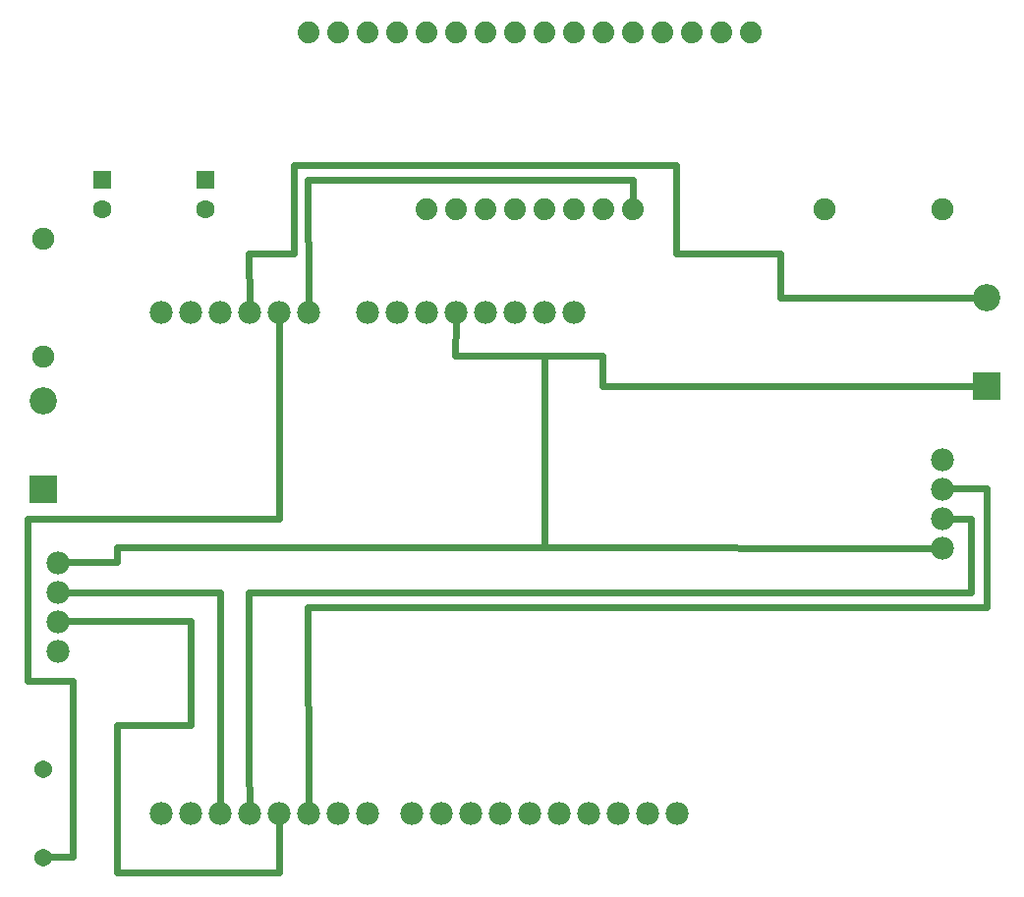
<source format=gbl>
G04 MADE WITH FRITZING*
G04 WWW.FRITZING.ORG*
G04 DOUBLE SIDED*
G04 HOLES PLATED*
G04 CONTOUR ON CENTER OF CONTOUR VECTOR*
%ASAXBY*%
%FSLAX23Y23*%
%MOIN*%
%OFA0B0*%
%SFA1.0B1.0*%
%ADD10C,0.078000*%
%ADD11C,0.074000*%
%ADD12C,0.060444*%
%ADD13C,0.092000*%
%ADD14C,0.075000*%
%ADD15C,0.062992*%
%ADD16R,0.092000X0.092000*%
%ADD17R,0.062992X0.062992*%
%ADD18C,0.024000*%
%LNCOPPER0*%
G90*
G70*
G54D10*
X3199Y1473D03*
X3199Y1373D03*
X3199Y1273D03*
X3199Y1173D03*
X199Y823D03*
X199Y923D03*
X199Y1023D03*
X199Y1123D03*
G54D11*
X1049Y2923D03*
X1149Y2923D03*
X1249Y2923D03*
X1349Y2923D03*
X1449Y2923D03*
X1549Y2923D03*
X1649Y2923D03*
X1749Y2923D03*
X1849Y2923D03*
X1949Y2923D03*
X2049Y2923D03*
X2149Y2923D03*
X2249Y2923D03*
X2349Y2923D03*
X2449Y2923D03*
X2549Y2923D03*
X1449Y2323D03*
X1549Y2323D03*
X1649Y2323D03*
X1749Y2323D03*
X1849Y2323D03*
X1949Y2323D03*
X2049Y2323D03*
X2149Y2323D03*
G54D12*
X149Y423D03*
X149Y123D03*
G54D13*
X3349Y1723D03*
X3349Y2023D03*
X149Y1373D03*
X149Y1673D03*
G54D14*
X2799Y2323D03*
X3199Y2323D03*
X149Y1823D03*
X149Y2223D03*
G54D15*
X349Y2422D03*
X349Y2323D03*
X699Y2422D03*
X699Y2323D03*
G54D10*
X1049Y1973D03*
X949Y1973D03*
X849Y1973D03*
X749Y1973D03*
X649Y1973D03*
X549Y1973D03*
X2299Y273D03*
X2199Y273D03*
X2099Y273D03*
X1999Y273D03*
X1899Y273D03*
X1799Y273D03*
X1699Y273D03*
X1599Y273D03*
X1499Y273D03*
X1399Y273D03*
X1249Y273D03*
X1149Y273D03*
X1049Y273D03*
X949Y273D03*
X849Y273D03*
X749Y273D03*
X649Y273D03*
X549Y273D03*
X1949Y1973D03*
X1849Y1973D03*
X1749Y1973D03*
X1649Y1973D03*
X1549Y1973D03*
X1449Y1973D03*
X1349Y1973D03*
X1249Y1973D03*
G54D16*
X3349Y1723D03*
X149Y1373D03*
G54D17*
X349Y2422D03*
X699Y2422D03*
G54D18*
X1849Y1824D02*
X1849Y1175D01*
D02*
X1849Y1175D02*
X3169Y1173D01*
D02*
X1548Y1824D02*
X1849Y1824D01*
D02*
X1549Y1943D02*
X1548Y1824D01*
D02*
X2048Y1723D02*
X3312Y1723D01*
D02*
X2048Y1824D02*
X2048Y1723D01*
D02*
X1849Y1824D02*
X2048Y1824D01*
D02*
X399Y1175D02*
X399Y1124D01*
D02*
X1849Y1175D02*
X399Y1175D01*
D02*
X399Y1124D02*
X229Y1124D01*
D02*
X849Y304D02*
X848Y425D01*
D02*
X848Y425D02*
X848Y1023D01*
D02*
X3298Y1273D02*
X3229Y1273D01*
D02*
X848Y1023D02*
X3298Y1023D01*
D02*
X3298Y1023D02*
X3298Y1273D01*
D02*
X3349Y1374D02*
X3229Y1374D01*
D02*
X3349Y972D02*
X3349Y1374D01*
D02*
X1047Y972D02*
X3349Y972D01*
D02*
X1049Y304D02*
X1047Y972D01*
D02*
X649Y925D02*
X649Y573D01*
D02*
X649Y573D02*
X399Y573D01*
D02*
X399Y573D02*
X399Y73D01*
D02*
X949Y73D02*
X949Y243D01*
D02*
X399Y73D02*
X949Y73D01*
D02*
X229Y924D02*
X649Y925D01*
D02*
X750Y1023D02*
X229Y1023D01*
D02*
X749Y304D02*
X750Y1023D01*
D02*
X2149Y2422D02*
X2149Y2355D01*
D02*
X1047Y2422D02*
X2149Y2422D01*
D02*
X1049Y2004D02*
X1047Y2422D01*
D02*
X949Y1273D02*
X98Y1273D01*
D02*
X98Y722D02*
X250Y722D01*
D02*
X98Y1273D02*
X98Y722D01*
D02*
X949Y1943D02*
X949Y1273D01*
D02*
X250Y722D02*
X250Y124D01*
D02*
X250Y124D02*
X174Y124D01*
D02*
X2298Y2473D02*
X2298Y2172D01*
D02*
X2298Y2172D02*
X2650Y2172D01*
D02*
X2650Y2172D02*
X2650Y2023D01*
D02*
X849Y2004D02*
X848Y2172D01*
D02*
X1000Y2172D02*
X1000Y2473D01*
D02*
X2650Y2023D02*
X3312Y2023D01*
D02*
X1000Y2473D02*
X2298Y2473D01*
D02*
X848Y2172D02*
X1000Y2172D01*
G04 End of Copper0*
M02*
</source>
